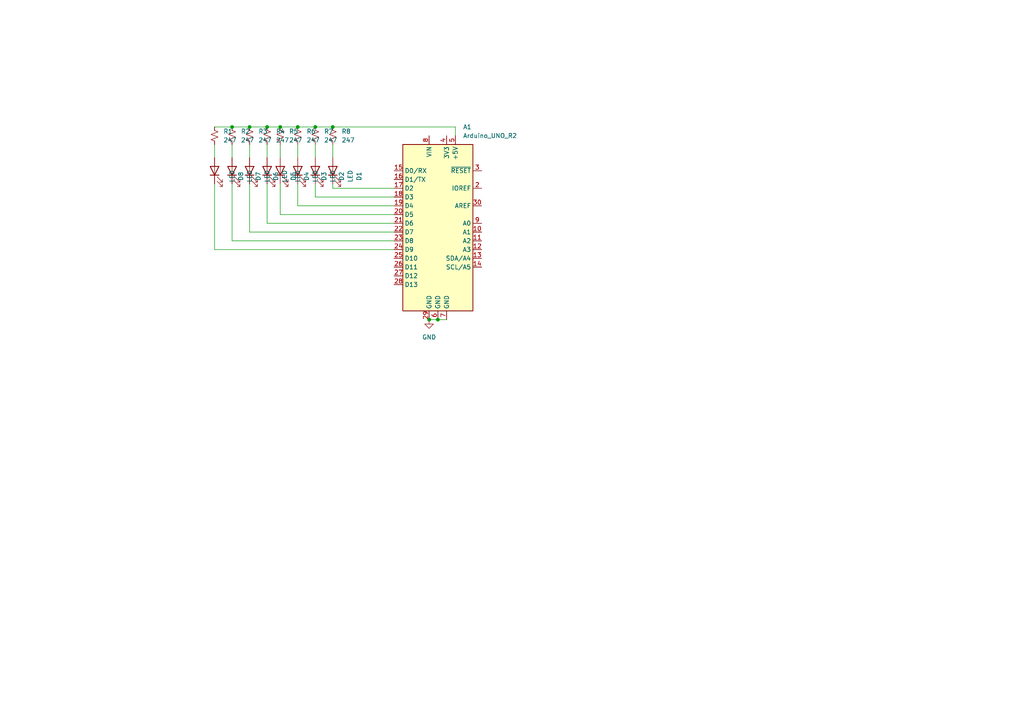
<source format=kicad_sch>
(kicad_sch (version 20230121) (generator eeschema)

  (uuid d79b541a-b6fb-46a2-93bf-495100e83583)

  (paper "A4")

  (title_block
    (title "ARDUINO SHIELD")
  )

  (lib_symbols
    (symbol "Device:LED" (pin_numbers hide) (pin_names (offset 1.016) hide) (in_bom yes) (on_board yes)
      (property "Reference" "D" (at 0 2.54 0)
        (effects (font (size 1.27 1.27)))
      )
      (property "Value" "LED" (at 0 -2.54 0)
        (effects (font (size 1.27 1.27)))
      )
      (property "Footprint" "" (at 0 0 0)
        (effects (font (size 1.27 1.27)) hide)
      )
      (property "Datasheet" "~" (at 0 0 0)
        (effects (font (size 1.27 1.27)) hide)
      )
      (property "ki_keywords" "LED diode" (at 0 0 0)
        (effects (font (size 1.27 1.27)) hide)
      )
      (property "ki_description" "Light emitting diode" (at 0 0 0)
        (effects (font (size 1.27 1.27)) hide)
      )
      (property "ki_fp_filters" "LED* LED_SMD:* LED_THT:*" (at 0 0 0)
        (effects (font (size 1.27 1.27)) hide)
      )
      (symbol "LED_0_1"
        (polyline
          (pts
            (xy -1.27 -1.27)
            (xy -1.27 1.27)
          )
          (stroke (width 0.254) (type default))
          (fill (type none))
        )
        (polyline
          (pts
            (xy -1.27 0)
            (xy 1.27 0)
          )
          (stroke (width 0) (type default))
          (fill (type none))
        )
        (polyline
          (pts
            (xy 1.27 -1.27)
            (xy 1.27 1.27)
            (xy -1.27 0)
            (xy 1.27 -1.27)
          )
          (stroke (width 0.254) (type default))
          (fill (type none))
        )
        (polyline
          (pts
            (xy -3.048 -0.762)
            (xy -4.572 -2.286)
            (xy -3.81 -2.286)
            (xy -4.572 -2.286)
            (xy -4.572 -1.524)
          )
          (stroke (width 0) (type default))
          (fill (type none))
        )
        (polyline
          (pts
            (xy -1.778 -0.762)
            (xy -3.302 -2.286)
            (xy -2.54 -2.286)
            (xy -3.302 -2.286)
            (xy -3.302 -1.524)
          )
          (stroke (width 0) (type default))
          (fill (type none))
        )
      )
      (symbol "LED_1_1"
        (pin passive line (at -3.81 0 0) (length 2.54)
          (name "K" (effects (font (size 1.27 1.27))))
          (number "1" (effects (font (size 1.27 1.27))))
        )
        (pin passive line (at 3.81 0 180) (length 2.54)
          (name "A" (effects (font (size 1.27 1.27))))
          (number "2" (effects (font (size 1.27 1.27))))
        )
      )
    )
    (symbol "Device:R_Small_US" (pin_numbers hide) (pin_names (offset 0.254) hide) (in_bom yes) (on_board yes)
      (property "Reference" "R" (at 0.762 0.508 0)
        (effects (font (size 1.27 1.27)) (justify left))
      )
      (property "Value" "R_Small_US" (at 0.762 -1.016 0)
        (effects (font (size 1.27 1.27)) (justify left))
      )
      (property "Footprint" "" (at 0 0 0)
        (effects (font (size 1.27 1.27)) hide)
      )
      (property "Datasheet" "~" (at 0 0 0)
        (effects (font (size 1.27 1.27)) hide)
      )
      (property "ki_keywords" "r resistor" (at 0 0 0)
        (effects (font (size 1.27 1.27)) hide)
      )
      (property "ki_description" "Resistor, small US symbol" (at 0 0 0)
        (effects (font (size 1.27 1.27)) hide)
      )
      (property "ki_fp_filters" "R_*" (at 0 0 0)
        (effects (font (size 1.27 1.27)) hide)
      )
      (symbol "R_Small_US_1_1"
        (polyline
          (pts
            (xy 0 0)
            (xy 1.016 -0.381)
            (xy 0 -0.762)
            (xy -1.016 -1.143)
            (xy 0 -1.524)
          )
          (stroke (width 0) (type default))
          (fill (type none))
        )
        (polyline
          (pts
            (xy 0 1.524)
            (xy 1.016 1.143)
            (xy 0 0.762)
            (xy -1.016 0.381)
            (xy 0 0)
          )
          (stroke (width 0) (type default))
          (fill (type none))
        )
        (pin passive line (at 0 2.54 270) (length 1.016)
          (name "~" (effects (font (size 1.27 1.27))))
          (number "1" (effects (font (size 1.27 1.27))))
        )
        (pin passive line (at 0 -2.54 90) (length 1.016)
          (name "~" (effects (font (size 1.27 1.27))))
          (number "2" (effects (font (size 1.27 1.27))))
        )
      )
    )
    (symbol "MCU_Module:Arduino_UNO_R2" (in_bom yes) (on_board yes)
      (property "Reference" "A" (at -10.16 23.495 0)
        (effects (font (size 1.27 1.27)) (justify left bottom))
      )
      (property "Value" "Arduino_UNO_R2" (at 5.08 -26.67 0)
        (effects (font (size 1.27 1.27)) (justify left top))
      )
      (property "Footprint" "Module:Arduino_UNO_R2" (at 0 0 0)
        (effects (font (size 1.27 1.27) italic) hide)
      )
      (property "Datasheet" "https://www.arduino.cc/en/Main/arduinoBoardUno" (at 0 0 0)
        (effects (font (size 1.27 1.27)) hide)
      )
      (property "ki_keywords" "Arduino UNO R3 Microcontroller Module Atmel AVR USB" (at 0 0 0)
        (effects (font (size 1.27 1.27)) hide)
      )
      (property "ki_description" "Arduino UNO Microcontroller Module, release 2" (at 0 0 0)
        (effects (font (size 1.27 1.27)) hide)
      )
      (property "ki_fp_filters" "Arduino*UNO*R2*" (at 0 0 0)
        (effects (font (size 1.27 1.27)) hide)
      )
      (symbol "Arduino_UNO_R2_0_1"
        (rectangle (start -10.16 22.86) (end 10.16 -25.4)
          (stroke (width 0.254) (type default))
          (fill (type background))
        )
      )
      (symbol "Arduino_UNO_R2_1_1"
        (pin no_connect line (at -10.16 -20.32 0) (length 2.54) hide
          (name "NC" (effects (font (size 1.27 1.27))))
          (number "1" (effects (font (size 1.27 1.27))))
        )
        (pin bidirectional line (at 12.7 -2.54 180) (length 2.54)
          (name "A1" (effects (font (size 1.27 1.27))))
          (number "10" (effects (font (size 1.27 1.27))))
        )
        (pin bidirectional line (at 12.7 -5.08 180) (length 2.54)
          (name "A2" (effects (font (size 1.27 1.27))))
          (number "11" (effects (font (size 1.27 1.27))))
        )
        (pin bidirectional line (at 12.7 -7.62 180) (length 2.54)
          (name "A3" (effects (font (size 1.27 1.27))))
          (number "12" (effects (font (size 1.27 1.27))))
        )
        (pin bidirectional line (at 12.7 -10.16 180) (length 2.54)
          (name "SDA/A4" (effects (font (size 1.27 1.27))))
          (number "13" (effects (font (size 1.27 1.27))))
        )
        (pin bidirectional line (at 12.7 -12.7 180) (length 2.54)
          (name "SCL/A5" (effects (font (size 1.27 1.27))))
          (number "14" (effects (font (size 1.27 1.27))))
        )
        (pin bidirectional line (at -12.7 15.24 0) (length 2.54)
          (name "D0/RX" (effects (font (size 1.27 1.27))))
          (number "15" (effects (font (size 1.27 1.27))))
        )
        (pin bidirectional line (at -12.7 12.7 0) (length 2.54)
          (name "D1/TX" (effects (font (size 1.27 1.27))))
          (number "16" (effects (font (size 1.27 1.27))))
        )
        (pin bidirectional line (at -12.7 10.16 0) (length 2.54)
          (name "D2" (effects (font (size 1.27 1.27))))
          (number "17" (effects (font (size 1.27 1.27))))
        )
        (pin bidirectional line (at -12.7 7.62 0) (length 2.54)
          (name "D3" (effects (font (size 1.27 1.27))))
          (number "18" (effects (font (size 1.27 1.27))))
        )
        (pin bidirectional line (at -12.7 5.08 0) (length 2.54)
          (name "D4" (effects (font (size 1.27 1.27))))
          (number "19" (effects (font (size 1.27 1.27))))
        )
        (pin output line (at 12.7 10.16 180) (length 2.54)
          (name "IOREF" (effects (font (size 1.27 1.27))))
          (number "2" (effects (font (size 1.27 1.27))))
        )
        (pin bidirectional line (at -12.7 2.54 0) (length 2.54)
          (name "D5" (effects (font (size 1.27 1.27))))
          (number "20" (effects (font (size 1.27 1.27))))
        )
        (pin bidirectional line (at -12.7 0 0) (length 2.54)
          (name "D6" (effects (font (size 1.27 1.27))))
          (number "21" (effects (font (size 1.27 1.27))))
        )
        (pin bidirectional line (at -12.7 -2.54 0) (length 2.54)
          (name "D7" (effects (font (size 1.27 1.27))))
          (number "22" (effects (font (size 1.27 1.27))))
        )
        (pin bidirectional line (at -12.7 -5.08 0) (length 2.54)
          (name "D8" (effects (font (size 1.27 1.27))))
          (number "23" (effects (font (size 1.27 1.27))))
        )
        (pin bidirectional line (at -12.7 -7.62 0) (length 2.54)
          (name "D9" (effects (font (size 1.27 1.27))))
          (number "24" (effects (font (size 1.27 1.27))))
        )
        (pin bidirectional line (at -12.7 -10.16 0) (length 2.54)
          (name "D10" (effects (font (size 1.27 1.27))))
          (number "25" (effects (font (size 1.27 1.27))))
        )
        (pin bidirectional line (at -12.7 -12.7 0) (length 2.54)
          (name "D11" (effects (font (size 1.27 1.27))))
          (number "26" (effects (font (size 1.27 1.27))))
        )
        (pin bidirectional line (at -12.7 -15.24 0) (length 2.54)
          (name "D12" (effects (font (size 1.27 1.27))))
          (number "27" (effects (font (size 1.27 1.27))))
        )
        (pin bidirectional line (at -12.7 -17.78 0) (length 2.54)
          (name "D13" (effects (font (size 1.27 1.27))))
          (number "28" (effects (font (size 1.27 1.27))))
        )
        (pin power_in line (at -2.54 -27.94 90) (length 2.54)
          (name "GND" (effects (font (size 1.27 1.27))))
          (number "29" (effects (font (size 1.27 1.27))))
        )
        (pin input line (at 12.7 15.24 180) (length 2.54)
          (name "~{RESET}" (effects (font (size 1.27 1.27))))
          (number "3" (effects (font (size 1.27 1.27))))
        )
        (pin input line (at 12.7 5.08 180) (length 2.54)
          (name "AREF" (effects (font (size 1.27 1.27))))
          (number "30" (effects (font (size 1.27 1.27))))
        )
        (pin power_out line (at 2.54 25.4 270) (length 2.54)
          (name "3V3" (effects (font (size 1.27 1.27))))
          (number "4" (effects (font (size 1.27 1.27))))
        )
        (pin power_out line (at 5.08 25.4 270) (length 2.54)
          (name "+5V" (effects (font (size 1.27 1.27))))
          (number "5" (effects (font (size 1.27 1.27))))
        )
        (pin power_in line (at 0 -27.94 90) (length 2.54)
          (name "GND" (effects (font (size 1.27 1.27))))
          (number "6" (effects (font (size 1.27 1.27))))
        )
        (pin power_in line (at 2.54 -27.94 90) (length 2.54)
          (name "GND" (effects (font (size 1.27 1.27))))
          (number "7" (effects (font (size 1.27 1.27))))
        )
        (pin power_in line (at -2.54 25.4 270) (length 2.54)
          (name "VIN" (effects (font (size 1.27 1.27))))
          (number "8" (effects (font (size 1.27 1.27))))
        )
        (pin bidirectional line (at 12.7 0 180) (length 2.54)
          (name "A0" (effects (font (size 1.27 1.27))))
          (number "9" (effects (font (size 1.27 1.27))))
        )
      )
    )
    (symbol "power:GND" (power) (pin_names (offset 0)) (in_bom yes) (on_board yes)
      (property "Reference" "#PWR" (at 0 -6.35 0)
        (effects (font (size 1.27 1.27)) hide)
      )
      (property "Value" "GND" (at 0 -3.81 0)
        (effects (font (size 1.27 1.27)))
      )
      (property "Footprint" "" (at 0 0 0)
        (effects (font (size 1.27 1.27)) hide)
      )
      (property "Datasheet" "" (at 0 0 0)
        (effects (font (size 1.27 1.27)) hide)
      )
      (property "ki_keywords" "global power" (at 0 0 0)
        (effects (font (size 1.27 1.27)) hide)
      )
      (property "ki_description" "Power symbol creates a global label with name \"GND\" , ground" (at 0 0 0)
        (effects (font (size 1.27 1.27)) hide)
      )
      (symbol "GND_0_1"
        (polyline
          (pts
            (xy 0 0)
            (xy 0 -1.27)
            (xy 1.27 -1.27)
            (xy 0 -2.54)
            (xy -1.27 -1.27)
            (xy 0 -1.27)
          )
          (stroke (width 0) (type default))
          (fill (type none))
        )
      )
      (symbol "GND_1_1"
        (pin power_in line (at 0 0 270) (length 0) hide
          (name "GND" (effects (font (size 1.27 1.27))))
          (number "1" (effects (font (size 1.27 1.27))))
        )
      )
    )
  )

  (junction (at 124.46 92.71) (diameter 0) (color 0 0 0 0)
    (uuid 0f925d60-bbf8-4ba0-933a-6251ac89d16c)
  )
  (junction (at 67.31 36.83) (diameter 0) (color 0 0 0 0)
    (uuid 1192509f-1aec-4056-8c56-3aef124dd588)
  )
  (junction (at 72.39 36.83) (diameter 0) (color 0 0 0 0)
    (uuid 20b64035-5b7d-46ba-83fd-82f3c3aa1ace)
  )
  (junction (at 81.28 36.83) (diameter 0) (color 0 0 0 0)
    (uuid 2f3ace14-3a16-4c90-891c-8aebc2de821c)
  )
  (junction (at 96.52 36.83) (diameter 0) (color 0 0 0 0)
    (uuid 7095afd0-dd2d-43c3-80f0-db44951e3387)
  )
  (junction (at 77.47 36.83) (diameter 0) (color 0 0 0 0)
    (uuid 7145680a-a0e4-4c80-beaa-741a2a54bb71)
  )
  (junction (at 86.36 36.83) (diameter 0) (color 0 0 0 0)
    (uuid 94198c7d-8ba4-42bc-b699-ad149d10ded2)
  )
  (junction (at 127 92.71) (diameter 0) (color 0 0 0 0)
    (uuid ebde2001-51bd-44e6-804a-5a0496e7b391)
  )
  (junction (at 91.44 36.83) (diameter 0) (color 0 0 0 0)
    (uuid f86ad8f3-e6e3-4b23-b748-16b9c2279617)
  )

  (wire (pts (xy 86.36 59.69) (xy 114.3 59.69))
    (stroke (width 0) (type default))
    (uuid 02fcc96d-8dbe-48d3-97f7-944015f72d3b)
  )
  (wire (pts (xy 86.36 36.83) (xy 91.44 36.83))
    (stroke (width 0) (type default))
    (uuid 0c56cb88-2d7c-4de3-ae6c-d00cecd896ff)
  )
  (wire (pts (xy 62.23 72.39) (xy 114.3 72.39))
    (stroke (width 0) (type default))
    (uuid 12e078fb-5cb2-46a9-817e-6bf7754cd8ed)
  )
  (wire (pts (xy 72.39 67.31) (xy 114.3 67.31))
    (stroke (width 0) (type default))
    (uuid 23d83361-bdb4-4460-bac6-9d4755c83404)
  )
  (wire (pts (xy 62.23 36.83) (xy 67.31 36.83))
    (stroke (width 0) (type default))
    (uuid 28ab279f-1b5b-48e1-8b00-79824172cef8)
  )
  (wire (pts (xy 81.28 62.23) (xy 114.3 62.23))
    (stroke (width 0) (type default))
    (uuid 3028f2a8-5fa1-4ac1-8518-8395e9b27d1f)
  )
  (wire (pts (xy 91.44 36.83) (xy 96.52 36.83))
    (stroke (width 0) (type default))
    (uuid 34b7b204-1156-47b8-8743-1ebf2979b244)
  )
  (wire (pts (xy 96.52 36.83) (xy 132.08 36.83))
    (stroke (width 0) (type default))
    (uuid 3c871e5d-61ae-4fda-a636-b6476c982cfd)
  )
  (wire (pts (xy 124.46 92.71) (xy 127 92.71))
    (stroke (width 0) (type default))
    (uuid 5227b151-8e91-407b-b262-967c1061fc6d)
  )
  (wire (pts (xy 96.52 53.34) (xy 96.52 54.61))
    (stroke (width 0) (type default))
    (uuid 678e3627-e007-4edf-a65d-a9420320715d)
  )
  (wire (pts (xy 81.28 41.91) (xy 81.28 45.72))
    (stroke (width 0) (type default))
    (uuid 683d5a0d-d227-4aac-afaf-b27bb6070670)
  )
  (wire (pts (xy 67.31 69.85) (xy 114.3 69.85))
    (stroke (width 0) (type default))
    (uuid 703e1eeb-9c07-4068-a504-2ba6e33f35cf)
  )
  (wire (pts (xy 132.08 36.83) (xy 132.08 39.37))
    (stroke (width 0) (type default))
    (uuid 73881076-7fbb-4c2e-a0d4-31da123e8d74)
  )
  (wire (pts (xy 86.36 53.34) (xy 86.36 59.69))
    (stroke (width 0) (type default))
    (uuid 7c277a13-4e04-4abf-81ab-66223b2bb2be)
  )
  (wire (pts (xy 72.39 53.34) (xy 72.39 67.31))
    (stroke (width 0) (type default))
    (uuid 90bde7f7-a58f-4f26-96e7-7e02d00cdb91)
  )
  (wire (pts (xy 81.28 36.83) (xy 86.36 36.83))
    (stroke (width 0) (type default))
    (uuid 919c5107-83c7-4ba6-9aed-f52ee0de7135)
  )
  (wire (pts (xy 96.52 41.91) (xy 96.52 45.72))
    (stroke (width 0) (type default))
    (uuid 92264ec1-5312-4ef5-ace3-59e8262d2339)
  )
  (wire (pts (xy 62.23 41.91) (xy 62.23 45.72))
    (stroke (width 0) (type default))
    (uuid 93654a97-d037-4b5c-9fb0-beb4a6a47b44)
  )
  (wire (pts (xy 91.44 53.34) (xy 91.44 57.15))
    (stroke (width 0) (type default))
    (uuid 99b77bb3-3ff7-43cd-b8ef-0d72e93eb75a)
  )
  (wire (pts (xy 67.31 53.34) (xy 67.31 69.85))
    (stroke (width 0) (type default))
    (uuid 9e4bedc5-bcfe-4e3d-8e6b-583efbd9493a)
  )
  (wire (pts (xy 77.47 41.91) (xy 77.47 45.72))
    (stroke (width 0) (type default))
    (uuid a10969d8-8963-441c-a0b7-40c4429992e6)
  )
  (wire (pts (xy 77.47 53.34) (xy 77.47 64.77))
    (stroke (width 0) (type default))
    (uuid a66a59e8-6e23-4667-a7e4-6bced9b2e637)
  )
  (wire (pts (xy 72.39 41.91) (xy 72.39 45.72))
    (stroke (width 0) (type default))
    (uuid ace56e6e-3571-42fe-86b8-95280d6e9d76)
  )
  (wire (pts (xy 91.44 41.91) (xy 91.44 45.72))
    (stroke (width 0) (type default))
    (uuid b7380a32-3cf1-4e73-9dab-ad01ef2e1c86)
  )
  (wire (pts (xy 127 92.71) (xy 129.54 92.71))
    (stroke (width 0) (type default))
    (uuid b9e22a56-be04-4eb3-a16d-e34cfe1a8469)
  )
  (wire (pts (xy 81.28 53.34) (xy 81.28 62.23))
    (stroke (width 0) (type default))
    (uuid c553bfe5-04ed-4931-b4b2-e56b558c2f30)
  )
  (wire (pts (xy 67.31 41.91) (xy 67.31 45.72))
    (stroke (width 0) (type default))
    (uuid c8266f0f-787e-4df9-9e95-c2dba16ec5ba)
  )
  (wire (pts (xy 77.47 36.83) (xy 81.28 36.83))
    (stroke (width 0) (type default))
    (uuid ce263ced-e54e-4b26-a02e-51145ea7aff5)
  )
  (wire (pts (xy 96.52 54.61) (xy 114.3 54.61))
    (stroke (width 0) (type default))
    (uuid d2dbfe70-e99b-4f48-b4ef-0ec470ea409d)
  )
  (wire (pts (xy 91.44 57.15) (xy 114.3 57.15))
    (stroke (width 0) (type default))
    (uuid e3032882-37e0-44ef-a9fe-9713b807261a)
  )
  (wire (pts (xy 72.39 36.83) (xy 77.47 36.83))
    (stroke (width 0) (type default))
    (uuid e50bd36b-0e1c-4fec-bbe6-48a0ce039422)
  )
  (wire (pts (xy 86.36 41.91) (xy 86.36 45.72))
    (stroke (width 0) (type default))
    (uuid e656b108-41af-4988-a154-bb0d39a9466c)
  )
  (wire (pts (xy 62.23 53.34) (xy 62.23 72.39))
    (stroke (width 0) (type default))
    (uuid e8d55524-7f92-41fb-a614-3826edc393be)
  )
  (wire (pts (xy 67.31 36.83) (xy 72.39 36.83))
    (stroke (width 0) (type default))
    (uuid f1c2d778-c356-447f-b23a-8859ebe63639)
  )
  (wire (pts (xy 77.47 64.77) (xy 114.3 64.77))
    (stroke (width 0) (type default))
    (uuid f4170ecf-034d-4c31-a37e-abc45481139a)
  )

  (symbol (lib_id "Device:LED") (at 91.44 49.53 90) (unit 1)
    (in_bom yes) (on_board yes) (dnp no) (fields_autoplaced)
    (uuid 02b41cf1-9b65-4b2c-88a0-3776b32bcfef)
    (property "Reference" "D2" (at 99.06 51.1175 0)
      (effects (font (size 1.27 1.27)))
    )
    (property "Value" "LED" (at 96.52 51.1175 0)
      (effects (font (size 1.27 1.27)))
    )
    (property "Footprint" "LED_SMD:LED_0805_2012Metric" (at 91.44 49.53 0)
      (effects (font (size 1.27 1.27)) hide)
    )
    (property "Datasheet" "~" (at 91.44 49.53 0)
      (effects (font (size 1.27 1.27)) hide)
    )
    (pin "1" (uuid c8b13e32-36dc-4b97-94bb-972633f83e92))
    (pin "2" (uuid 43c17931-2c7c-4274-95d7-f6baeccd9781))
    (instances
      (project "ex01"
        (path "/d79b541a-b6fb-46a2-93bf-495100e83583"
          (reference "D2") (unit 1)
        )
      )
    )
  )

  (symbol (lib_id "Device:LED") (at 72.39 49.53 90) (unit 1)
    (in_bom yes) (on_board yes) (dnp no) (fields_autoplaced)
    (uuid 10643d5d-fc57-42cc-a29f-40376ae9ec4d)
    (property "Reference" "D6" (at 80.01 51.1175 0)
      (effects (font (size 1.27 1.27)))
    )
    (property "Value" "LED" (at 77.47 51.1175 0)
      (effects (font (size 1.27 1.27)))
    )
    (property "Footprint" "LED_SMD:LED_0805_2012Metric" (at 72.39 49.53 0)
      (effects (font (size 1.27 1.27)) hide)
    )
    (property "Datasheet" "~" (at 72.39 49.53 0)
      (effects (font (size 1.27 1.27)) hide)
    )
    (pin "1" (uuid cad63aa0-fa7d-413a-827e-9ee799d4937f))
    (pin "2" (uuid dd916425-d664-4cdc-bccb-b73cbbf7cb5c))
    (instances
      (project "ex01"
        (path "/d79b541a-b6fb-46a2-93bf-495100e83583"
          (reference "D6") (unit 1)
        )
      )
    )
  )

  (symbol (lib_id "Device:LED") (at 67.31 49.53 90) (unit 1)
    (in_bom yes) (on_board yes) (dnp no) (fields_autoplaced)
    (uuid 1c52e033-e9c6-429b-9fcd-ab8dbd6fd719)
    (property "Reference" "D7" (at 74.93 51.1175 0)
      (effects (font (size 1.27 1.27)))
    )
    (property "Value" "LED" (at 72.39 51.1175 0)
      (effects (font (size 1.27 1.27)))
    )
    (property "Footprint" "LED_SMD:LED_0805_2012Metric" (at 67.31 49.53 0)
      (effects (font (size 1.27 1.27)) hide)
    )
    (property "Datasheet" "~" (at 67.31 49.53 0)
      (effects (font (size 1.27 1.27)) hide)
    )
    (pin "1" (uuid 55b2702f-9a0f-4db6-867e-a52820740bf7))
    (pin "2" (uuid 46e63e3d-a6f2-4940-b5e1-726ba0508d0b))
    (instances
      (project "ex01"
        (path "/d79b541a-b6fb-46a2-93bf-495100e83583"
          (reference "D7") (unit 1)
        )
      )
    )
  )

  (symbol (lib_id "Device:R_Small_US") (at 67.31 39.37 0) (unit 1)
    (in_bom yes) (on_board yes) (dnp no) (fields_autoplaced)
    (uuid 29d303d3-8181-49e7-98e0-48f754039d15)
    (property "Reference" "R2" (at 69.85 38.1 0)
      (effects (font (size 1.27 1.27)) (justify left))
    )
    (property "Value" "247" (at 69.85 40.64 0)
      (effects (font (size 1.27 1.27)) (justify left))
    )
    (property "Footprint" "Resistor_SMD:R_0603_1608Metric" (at 67.31 39.37 0)
      (effects (font (size 1.27 1.27)) hide)
    )
    (property "Datasheet" "~" (at 67.31 39.37 0)
      (effects (font (size 1.27 1.27)) hide)
    )
    (pin "2" (uuid 78467da1-cec5-4810-8727-e814f41818ea))
    (pin "1" (uuid 54460064-cac7-40f4-88d5-9e3805baddd7))
    (instances
      (project "ex01"
        (path "/d79b541a-b6fb-46a2-93bf-495100e83583"
          (reference "R2") (unit 1)
        )
      )
    )
  )

  (symbol (lib_id "power:GND") (at 124.46 92.71 0) (unit 1)
    (in_bom yes) (on_board yes) (dnp no) (fields_autoplaced)
    (uuid 2d526501-a414-41a0-a192-8bbdfbcb1653)
    (property "Reference" "#PWR01" (at 124.46 99.06 0)
      (effects (font (size 1.27 1.27)) hide)
    )
    (property "Value" "GND" (at 124.46 97.79 0)
      (effects (font (size 1.27 1.27)))
    )
    (property "Footprint" "" (at 124.46 92.71 0)
      (effects (font (size 1.27 1.27)) hide)
    )
    (property "Datasheet" "" (at 124.46 92.71 0)
      (effects (font (size 1.27 1.27)) hide)
    )
    (pin "1" (uuid 3ea9e444-3f18-4b55-874c-c21547088840))
    (instances
      (project "ex01"
        (path "/d79b541a-b6fb-46a2-93bf-495100e83583"
          (reference "#PWR01") (unit 1)
        )
      )
    )
  )

  (symbol (lib_id "Device:R_Small_US") (at 77.47 39.37 0) (unit 1)
    (in_bom yes) (on_board yes) (dnp no) (fields_autoplaced)
    (uuid 31e049e2-43c9-462c-b087-c8572260f844)
    (property "Reference" "R4" (at 80.01 38.1 0)
      (effects (font (size 1.27 1.27)) (justify left))
    )
    (property "Value" "247" (at 80.01 40.64 0)
      (effects (font (size 1.27 1.27)) (justify left))
    )
    (property "Footprint" "Resistor_SMD:R_0603_1608Metric" (at 77.47 39.37 0)
      (effects (font (size 1.27 1.27)) hide)
    )
    (property "Datasheet" "~" (at 77.47 39.37 0)
      (effects (font (size 1.27 1.27)) hide)
    )
    (pin "2" (uuid 17b76494-191b-476a-a2b2-3d639e66289d))
    (pin "1" (uuid ee54b2ee-893d-4dac-a558-9aee015bc97e))
    (instances
      (project "ex01"
        (path "/d79b541a-b6fb-46a2-93bf-495100e83583"
          (reference "R4") (unit 1)
        )
      )
    )
  )

  (symbol (lib_id "Device:LED") (at 86.36 49.53 90) (unit 1)
    (in_bom yes) (on_board yes) (dnp no) (fields_autoplaced)
    (uuid 452b2ea2-e11f-4b97-8aac-c6a4bad977b2)
    (property "Reference" "D3" (at 93.98 51.1175 0)
      (effects (font (size 1.27 1.27)))
    )
    (property "Value" "LED" (at 91.44 51.1175 0)
      (effects (font (size 1.27 1.27)))
    )
    (property "Footprint" "LED_SMD:LED_0805_2012Metric" (at 86.36 49.53 0)
      (effects (font (size 1.27 1.27)) hide)
    )
    (property "Datasheet" "~" (at 86.36 49.53 0)
      (effects (font (size 1.27 1.27)) hide)
    )
    (pin "1" (uuid ae3a4f92-29fc-49ab-a21b-5bbf8e28cfec))
    (pin "2" (uuid a45cc43e-ca9b-431d-bcaa-4724f10a475c))
    (instances
      (project "ex01"
        (path "/d79b541a-b6fb-46a2-93bf-495100e83583"
          (reference "D3") (unit 1)
        )
      )
    )
  )

  (symbol (lib_id "Device:LED") (at 96.52 49.53 90) (unit 1)
    (in_bom yes) (on_board yes) (dnp no) (fields_autoplaced)
    (uuid 6c108437-eeb1-4cab-8bf6-2e4db7c0baea)
    (property "Reference" "D1" (at 104.14 51.1175 0)
      (effects (font (size 1.27 1.27)))
    )
    (property "Value" "LED" (at 101.6 51.1175 0)
      (effects (font (size 1.27 1.27)))
    )
    (property "Footprint" "LED_SMD:LED_0805_2012Metric" (at 96.52 49.53 0)
      (effects (font (size 1.27 1.27)) hide)
    )
    (property "Datasheet" "~" (at 96.52 49.53 0)
      (effects (font (size 1.27 1.27)) hide)
    )
    (pin "1" (uuid 34627b7d-69e4-4191-8abe-4ba74b02d005))
    (pin "2" (uuid 5dc25beb-273b-4188-902e-55ff3ed756d0))
    (instances
      (project "ex01"
        (path "/d79b541a-b6fb-46a2-93bf-495100e83583"
          (reference "D1") (unit 1)
        )
      )
    )
  )

  (symbol (lib_id "Device:R_Small_US") (at 81.28 39.37 0) (unit 1)
    (in_bom yes) (on_board yes) (dnp no) (fields_autoplaced)
    (uuid 715b1057-28cc-4f33-ac9c-13630b15a17c)
    (property "Reference" "R5" (at 83.82 38.1 0)
      (effects (font (size 1.27 1.27)) (justify left))
    )
    (property "Value" "247" (at 83.82 40.64 0)
      (effects (font (size 1.27 1.27)) (justify left))
    )
    (property "Footprint" "Resistor_SMD:R_0603_1608Metric" (at 81.28 39.37 0)
      (effects (font (size 1.27 1.27)) hide)
    )
    (property "Datasheet" "~" (at 81.28 39.37 0)
      (effects (font (size 1.27 1.27)) hide)
    )
    (pin "2" (uuid 832d8c0b-4f84-4a66-988f-cfd481a45925))
    (pin "1" (uuid aada860e-4117-47e0-b99a-482ad168c5e1))
    (instances
      (project "ex01"
        (path "/d79b541a-b6fb-46a2-93bf-495100e83583"
          (reference "R5") (unit 1)
        )
      )
    )
  )

  (symbol (lib_id "Device:R_Small_US") (at 91.44 39.37 0) (unit 1)
    (in_bom yes) (on_board yes) (dnp no) (fields_autoplaced)
    (uuid 91a18401-54d0-4947-84af-5bd13da6b165)
    (property "Reference" "R7" (at 93.98 38.1 0)
      (effects (font (size 1.27 1.27)) (justify left))
    )
    (property "Value" "247" (at 93.98 40.64 0)
      (effects (font (size 1.27 1.27)) (justify left))
    )
    (property "Footprint" "Resistor_SMD:R_0603_1608Metric" (at 91.44 39.37 0)
      (effects (font (size 1.27 1.27)) hide)
    )
    (property "Datasheet" "~" (at 91.44 39.37 0)
      (effects (font (size 1.27 1.27)) hide)
    )
    (pin "2" (uuid 48dc4666-1a67-43c3-adf9-04cd35be1a08))
    (pin "1" (uuid 9d5f9bf1-195d-41de-a353-9b927b7cf6fe))
    (instances
      (project "ex01"
        (path "/d79b541a-b6fb-46a2-93bf-495100e83583"
          (reference "R7") (unit 1)
        )
      )
    )
  )

  (symbol (lib_id "Device:R_Small_US") (at 72.39 39.37 0) (unit 1)
    (in_bom yes) (on_board yes) (dnp no) (fields_autoplaced)
    (uuid 99880a10-87ff-420d-a0f4-8929577310fc)
    (property "Reference" "R3" (at 74.93 38.1 0)
      (effects (font (size 1.27 1.27)) (justify left))
    )
    (property "Value" "247" (at 74.93 40.64 0)
      (effects (font (size 1.27 1.27)) (justify left))
    )
    (property "Footprint" "Resistor_SMD:R_0603_1608Metric" (at 72.39 39.37 0)
      (effects (font (size 1.27 1.27)) hide)
    )
    (property "Datasheet" "~" (at 72.39 39.37 0)
      (effects (font (size 1.27 1.27)) hide)
    )
    (pin "2" (uuid 036756ef-3f3d-4c46-8b73-a050cf98cfa2))
    (pin "1" (uuid 5013f750-305e-44b0-8eea-23e30c3aebc3))
    (instances
      (project "ex01"
        (path "/d79b541a-b6fb-46a2-93bf-495100e83583"
          (reference "R3") (unit 1)
        )
      )
    )
  )

  (symbol (lib_id "Device:LED") (at 77.47 49.53 90) (unit 1)
    (in_bom yes) (on_board yes) (dnp no) (fields_autoplaced)
    (uuid a7d3faf7-1c9e-4256-8fff-98d32cebd6bb)
    (property "Reference" "D5" (at 85.09 51.1175 0)
      (effects (font (size 1.27 1.27)))
    )
    (property "Value" "LED" (at 82.55 51.1175 0)
      (effects (font (size 1.27 1.27)))
    )
    (property "Footprint" "LED_SMD:LED_0805_2012Metric" (at 77.47 49.53 0)
      (effects (font (size 1.27 1.27)) hide)
    )
    (property "Datasheet" "~" (at 77.47 49.53 0)
      (effects (font (size 1.27 1.27)) hide)
    )
    (pin "1" (uuid 69ec39a4-b34b-4bbb-ad9e-542983627694))
    (pin "2" (uuid c19e33c2-0b34-4bb5-9523-aa413616dbc1))
    (instances
      (project "ex01"
        (path "/d79b541a-b6fb-46a2-93bf-495100e83583"
          (reference "D5") (unit 1)
        )
      )
    )
  )

  (symbol (lib_id "Device:R_Small_US") (at 86.36 39.37 0) (unit 1)
    (in_bom yes) (on_board yes) (dnp no) (fields_autoplaced)
    (uuid ad0f8424-c0fb-458e-9b01-84f960d603c7)
    (property "Reference" "R6" (at 88.9 38.1 0)
      (effects (font (size 1.27 1.27)) (justify left))
    )
    (property "Value" "247" (at 88.9 40.64 0)
      (effects (font (size 1.27 1.27)) (justify left))
    )
    (property "Footprint" "Resistor_SMD:R_0603_1608Metric" (at 86.36 39.37 0)
      (effects (font (size 1.27 1.27)) hide)
    )
    (property "Datasheet" "~" (at 86.36 39.37 0)
      (effects (font (size 1.27 1.27)) hide)
    )
    (pin "2" (uuid 44377af1-e5a9-4b64-ab3a-991737bc1870))
    (pin "1" (uuid 7b18aedc-0b8d-4270-982b-5060462f9d30))
    (instances
      (project "ex01"
        (path "/d79b541a-b6fb-46a2-93bf-495100e83583"
          (reference "R6") (unit 1)
        )
      )
    )
  )

  (symbol (lib_id "Device:R_Small_US") (at 96.52 39.37 0) (unit 1)
    (in_bom yes) (on_board yes) (dnp no) (fields_autoplaced)
    (uuid ccbe998b-9f59-4ede-86e3-819304215a50)
    (property "Reference" "R8" (at 99.06 38.1 0)
      (effects (font (size 1.27 1.27)) (justify left))
    )
    (property "Value" "247" (at 99.06 40.64 0)
      (effects (font (size 1.27 1.27)) (justify left))
    )
    (property "Footprint" "Resistor_SMD:R_0603_1608Metric" (at 96.52 39.37 0)
      (effects (font (size 1.27 1.27)) hide)
    )
    (property "Datasheet" "~" (at 96.52 39.37 0)
      (effects (font (size 1.27 1.27)) hide)
    )
    (pin "2" (uuid 64b9d048-644f-49e9-8868-27581df1729e))
    (pin "1" (uuid d56f4546-77b3-448f-b1ac-a6b5e2cf6862))
    (instances
      (project "ex01"
        (path "/d79b541a-b6fb-46a2-93bf-495100e83583"
          (reference "R8") (unit 1)
        )
      )
    )
  )

  (symbol (lib_id "MCU_Module:Arduino_UNO_R2") (at 127 64.77 0) (unit 1)
    (in_bom yes) (on_board yes) (dnp no) (fields_autoplaced)
    (uuid d7d0ceed-9356-4597-8b47-61bb5701bd7c)
    (property "Reference" "A1" (at 134.2741 36.83 0)
      (effects (font (size 1.27 1.27)) (justify left))
    )
    (property "Value" "Arduino_UNO_R2" (at 134.2741 39.37 0)
      (effects (font (size 1.27 1.27)) (justify left))
    )
    (property "Footprint" "Module:Arduino_UNO_R2" (at 127 64.77 0)
      (effects (font (size 1.27 1.27) italic) hide)
    )
    (property "Datasheet" "https://www.arduino.cc/en/Main/arduinoBoardUno" (at 127 64.77 0)
      (effects (font (size 1.27 1.27)) hide)
    )
    (pin "27" (uuid 1450101c-486d-4726-b527-9d409408e5fc))
    (pin "28" (uuid bc4509a8-e42a-40b6-9eb2-90d161ddb5f2))
    (pin "6" (uuid b2aa851c-dfdd-4bc0-9fed-54afaf791b25))
    (pin "1" (uuid 232cda8a-f442-4ec1-9b4c-906d67b33ae3))
    (pin "15" (uuid b5fa740d-1643-4a14-aec3-4e6ae6857965))
    (pin "18" (uuid 9ec45d27-41af-4fe3-af03-7508a2f617e2))
    (pin "23" (uuid 4e0d6a33-b6c8-4e6b-8834-b518a310981d))
    (pin "22" (uuid fff3de5a-c35a-474e-985a-2b4545ecb802))
    (pin "3" (uuid 6a2b6a54-bb34-411e-aea6-2f858d3304b1))
    (pin "17" (uuid 7f1d9b37-0d59-4921-9956-c98e2358f82c))
    (pin "11" (uuid 203ea1d2-e33c-4343-9ab1-de90d1d9d923))
    (pin "16" (uuid 3eabb837-2b1d-460b-8b8a-0cd80f7004a2))
    (pin "26" (uuid 85f36158-3b14-493a-9646-508a2a6669d3))
    (pin "12" (uuid dc8f3a19-3f71-45e7-a46b-be6e7dd49b2e))
    (pin "2" (uuid 95ff3db0-8567-498f-96aa-a7934009c1df))
    (pin "20" (uuid ed2b2be8-c20e-4bd7-832e-c08477334cfc))
    (pin "4" (uuid 452ff631-24a7-40f1-8ee9-50eeaea17324))
    (pin "19" (uuid 251ed0e2-11b4-4da2-9b87-4088d79f4071))
    (pin "9" (uuid 48aba527-bfcd-4438-8c39-f5804c591728))
    (pin "25" (uuid 60b8bfba-4c8d-44df-88b9-0807a3073526))
    (pin "21" (uuid c8f0db89-0803-4cb1-ae03-3eb1b425b115))
    (pin "14" (uuid 2d7a4ddb-0b90-42f4-8d82-21353600d452))
    (pin "7" (uuid 62ffeadd-8065-4f5f-9070-8f6e57edff91))
    (pin "24" (uuid caf9fd90-8284-41c6-b585-336d3ae8efc1))
    (pin "8" (uuid 557b12bc-27d3-4a98-83bc-1138ce5f0d61))
    (pin "13" (uuid f0933bbd-d9de-45aa-b379-2f8bd3e292d9))
    (pin "30" (uuid 4bed2ae5-b6d0-4cd2-8f08-9ad90edff090))
    (pin "10" (uuid 8e37ecbd-dd4b-4b51-bdf9-6f3afb0e5873))
    (pin "29" (uuid afeb3668-d7f3-4119-ad60-b72b45b8c57e))
    (pin "5" (uuid b71e8b0a-6604-400c-b962-7e2e56639c97))
    (instances
      (project "ex01"
        (path "/d79b541a-b6fb-46a2-93bf-495100e83583"
          (reference "A1") (unit 1)
        )
      )
    )
  )

  (symbol (lib_id "Device:R_Small_US") (at 62.23 39.37 0) (unit 1)
    (in_bom yes) (on_board yes) (dnp no) (fields_autoplaced)
    (uuid d9c97fb6-130c-4ca9-bf20-b512e1952dc3)
    (property "Reference" "R1" (at 64.77 38.1 0)
      (effects (font (size 1.27 1.27)) (justify left))
    )
    (property "Value" "247" (at 64.77 40.64 0)
      (effects (font (size 1.27 1.27)) (justify left))
    )
    (property "Footprint" "Resistor_SMD:R_0603_1608Metric" (at 62.23 39.37 0)
      (effects (font (size 1.27 1.27)) hide)
    )
    (property "Datasheet" "~" (at 62.23 39.37 0)
      (effects (font (size 1.27 1.27)) hide)
    )
    (pin "2" (uuid 4a0548e9-4fb2-48d1-983d-5d761a8432f3))
    (pin "1" (uuid 961a6cab-9437-4e4e-9cb5-956f7f9d6c4e))
    (instances
      (project "ex01"
        (path "/d79b541a-b6fb-46a2-93bf-495100e83583"
          (reference "R1") (unit 1)
        )
      )
    )
  )

  (symbol (lib_id "Device:LED") (at 81.28 49.53 90) (unit 1)
    (in_bom yes) (on_board yes) (dnp no) (fields_autoplaced)
    (uuid e5e5c8e0-e9be-4fff-a620-6a4b1365e4a4)
    (property "Reference" "D4" (at 88.9 51.1175 0)
      (effects (font (size 1.27 1.27)))
    )
    (property "Value" "LED" (at 86.36 51.1175 0)
      (effects (font (size 1.27 1.27)))
    )
    (property "Footprint" "LED_SMD:LED_0805_2012Metric" (at 81.28 49.53 0)
      (effects (font (size 1.27 1.27)) hide)
    )
    (property "Datasheet" "~" (at 81.28 49.53 0)
      (effects (font (size 1.27 1.27)) hide)
    )
    (pin "1" (uuid 8ac761bc-84c0-4fc4-b061-ab56811a8887))
    (pin "2" (uuid 38553b0a-4aed-4e8d-840f-09732f95d05c))
    (instances
      (project "ex01"
        (path "/d79b541a-b6fb-46a2-93bf-495100e83583"
          (reference "D4") (unit 1)
        )
      )
    )
  )

  (symbol (lib_id "Device:LED") (at 62.23 49.53 90) (unit 1)
    (in_bom yes) (on_board yes) (dnp no) (fields_autoplaced)
    (uuid eec76d70-d702-4a13-85ea-d04d102e2170)
    (property "Reference" "D8" (at 69.85 51.1175 0)
      (effects (font (size 1.27 1.27)))
    )
    (property "Value" "LED" (at 67.31 51.1175 0)
      (effects (font (size 1.27 1.27)))
    )
    (property "Footprint" "LED_SMD:LED_0805_2012Metric" (at 62.23 49.53 0)
      (effects (font (size 1.27 1.27)) hide)
    )
    (property "Datasheet" "~" (at 62.23 49.53 0)
      (effects (font (size 1.27 1.27)) hide)
    )
    (pin "1" (uuid c3513865-ea74-4522-abcb-f07110854493))
    (pin "2" (uuid 98b951fa-617f-45b1-84c1-46bf555fe372))
    (instances
      (project "ex01"
        (path "/d79b541a-b6fb-46a2-93bf-495100e83583"
          (reference "D8") (unit 1)
        )
      )
    )
  )

  (sheet_instances
    (path "/" (page "1"))
  )
)

</source>
